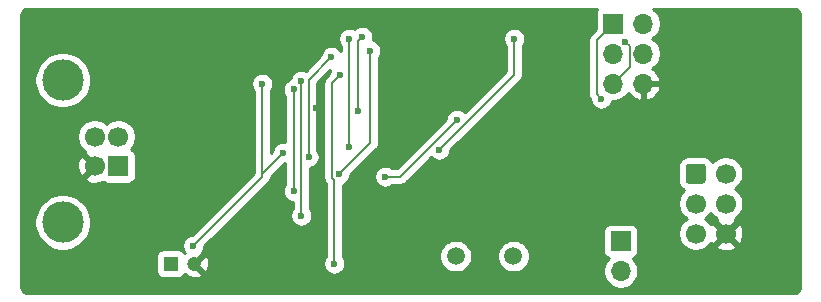
<source format=gbl>
%TF.GenerationSoftware,KiCad,Pcbnew,(5.1.10-0-10_14)*%
%TF.CreationDate,2021-11-02T10:24:53+01:00*%
%TF.ProjectId,UPDI_programmer,55504449-5f70-4726-9f67-72616d6d6572,rev?*%
%TF.SameCoordinates,Original*%
%TF.FileFunction,Copper,L2,Bot*%
%TF.FilePolarity,Positive*%
%FSLAX46Y46*%
G04 Gerber Fmt 4.6, Leading zero omitted, Abs format (unit mm)*
G04 Created by KiCad (PCBNEW (5.1.10-0-10_14)) date 2021-11-02 10:24:53*
%MOMM*%
%LPD*%
G01*
G04 APERTURE LIST*
%TA.AperFunction,ComponentPad*%
%ADD10C,3.500000*%
%TD*%
%TA.AperFunction,ComponentPad*%
%ADD11C,1.700000*%
%TD*%
%TA.AperFunction,ComponentPad*%
%ADD12R,1.700000X1.700000*%
%TD*%
%TA.AperFunction,ComponentPad*%
%ADD13O,1.700000X1.700000*%
%TD*%
%TA.AperFunction,ComponentPad*%
%ADD14C,1.500000*%
%TD*%
%TA.AperFunction,ComponentPad*%
%ADD15C,1.200000*%
%TD*%
%TA.AperFunction,ComponentPad*%
%ADD16R,1.200000X1.200000*%
%TD*%
%TA.AperFunction,ViaPad*%
%ADD17C,0.600000*%
%TD*%
%TA.AperFunction,Conductor*%
%ADD18C,0.152400*%
%TD*%
%TA.AperFunction,Conductor*%
%ADD19C,0.254000*%
%TD*%
%TA.AperFunction,Conductor*%
%ADD20C,0.100000*%
%TD*%
G04 APERTURE END LIST*
D10*
%TO.P,J3,5*%
%TO.N,Net-(J3-Pad5)*%
X103240000Y-61945000D03*
X103240000Y-73985000D03*
D11*
%TO.P,J3,4*%
%TO.N,GND*%
X105950000Y-69215000D03*
%TO.P,J3,3*%
%TO.N,Net-(C2-Pad1)*%
X105950000Y-66715000D03*
%TO.P,J3,2*%
%TO.N,Net-(C1-Pad1)*%
X107950000Y-66715000D03*
D12*
%TO.P,J3,1*%
%TO.N,Net-(C3-Pad1)*%
X107950000Y-69215000D03*
%TD*%
D13*
%TO.P,J2,6*%
%TO.N,GND*%
X152400000Y-62230000D03*
%TO.P,J2,5*%
%TO.N,~RESET*%
X149860000Y-62230000D03*
%TO.P,J2,4*%
%TO.N,MOSI*%
X152400000Y-59690000D03*
%TO.P,J2,3*%
%TO.N,SCK*%
X149860000Y-59690000D03*
%TO.P,J2,2*%
%TO.N,VCC*%
X152400000Y-57150000D03*
D12*
%TO.P,J2,1*%
%TO.N,MISO*%
X149860000Y-57150000D03*
%TD*%
D14*
%TO.P,Y1,2*%
%TO.N,Net-(C11-Pad1)*%
X141405000Y-76835000D03*
%TO.P,Y1,1*%
%TO.N,Net-(C10-Pad2)*%
X136525000Y-76835000D03*
%TD*%
D13*
%TO.P,JP1,2*%
%TO.N,UPDI*%
X150495000Y-78105000D03*
D12*
%TO.P,JP1,1*%
%TO.N,Net-(J1-Pad1)*%
X150495000Y-75565000D03*
%TD*%
D11*
%TO.P,J1,6*%
%TO.N,GND*%
X159385000Y-74930000D03*
%TO.P,J1,4*%
%TO.N,Net-(J1-Pad4)*%
X159385000Y-72390000D03*
%TO.P,J1,2*%
%TO.N,VCC*%
X159385000Y-69850000D03*
%TO.P,J1,5*%
%TO.N,Net-(J1-Pad5)*%
X156845000Y-74930000D03*
%TO.P,J1,3*%
%TO.N,Net-(J1-Pad3)*%
X156845000Y-72390000D03*
%TO.P,J1,1*%
%TO.N,Net-(J1-Pad1)*%
%TA.AperFunction,ComponentPad*%
G36*
G01*
X155995000Y-70450000D02*
X155995000Y-69250000D01*
G75*
G02*
X156245000Y-69000000I250000J0D01*
G01*
X157445000Y-69000000D01*
G75*
G02*
X157695000Y-69250000I0J-250000D01*
G01*
X157695000Y-70450000D01*
G75*
G02*
X157445000Y-70700000I-250000J0D01*
G01*
X156245000Y-70700000D01*
G75*
G02*
X155995000Y-70450000I0J250000D01*
G01*
G37*
%TD.AperFunction*%
%TD*%
D15*
%TO.P,C4,2*%
%TO.N,GND*%
X114395000Y-77470000D03*
D16*
%TO.P,C4,1*%
%TO.N,VCC*%
X112395000Y-77470000D03*
%TD*%
D17*
%TO.N,GND*%
X134874000Y-77470000D03*
X135890000Y-73406000D03*
X135128000Y-58674000D03*
X136652000Y-61214000D03*
X116586000Y-66294000D03*
X124714000Y-64262000D03*
%TO.N,VCC*%
X114300000Y-75946000D03*
X128270000Y-64516000D03*
X128619299Y-58261299D03*
X120142000Y-62230000D03*
X121920000Y-68072000D03*
%TO.N,Net-(C8-Pad1)*%
X130556000Y-70104000D03*
X136626710Y-65284287D03*
%TO.N,~RXLED*%
X129286000Y-59436000D03*
X126663526Y-69894536D03*
%TO.N,~TXLED*%
X123444000Y-73406000D03*
X123444000Y-61976000D03*
%TO.N,~RESET*%
X150876000Y-58674000D03*
X141478000Y-58420000D03*
X135128000Y-67818000D03*
%TO.N,MISO*%
X148844000Y-63500000D03*
%TO.N,USBD+*%
X122815390Y-62710877D03*
X122815390Y-71343711D03*
%TO.N,TxD*%
X125987078Y-59978610D03*
X124072610Y-68425520D03*
%TO.N,RxD*%
X127508000Y-58420000D03*
X127508000Y-67564000D03*
%TO.N,Net-(C9-Pad2)*%
X126238000Y-77470000D03*
X126746000Y-61468000D03*
%TD*%
D18*
%TO.N,GND*%
X134874000Y-74422000D02*
X135890000Y-73406000D01*
X134874000Y-77470000D02*
X134874000Y-74422000D01*
X135128000Y-58674000D02*
X136652000Y-60198000D01*
X136652000Y-60198000D02*
X136652000Y-61214000D01*
%TO.N,VCC*%
X128270000Y-58610598D02*
X128619299Y-58261299D01*
X128270000Y-64516000D02*
X128270000Y-58610598D01*
X120142000Y-70104000D02*
X114300000Y-75946000D01*
X120142000Y-62230000D02*
X120142000Y-70104000D01*
X120142000Y-69850000D02*
X120142000Y-70104000D01*
X121920000Y-68072000D02*
X120142000Y-69850000D01*
%TO.N,Net-(C8-Pad1)*%
X130556000Y-70104000D02*
X131806997Y-70104000D01*
X131806997Y-70104000D02*
X136626710Y-65284287D01*
%TO.N,~RXLED*%
X129286000Y-59436000D02*
X129286000Y-67272062D01*
X129286000Y-67272062D02*
X126663526Y-69894536D01*
%TO.N,~TXLED*%
X123444000Y-73406000D02*
X123444000Y-61976000D01*
%TO.N,~RESET*%
X151243541Y-60846459D02*
X151243541Y-59041541D01*
X151243541Y-59041541D02*
X150876000Y-58674000D01*
X149860000Y-62230000D02*
X151243541Y-60846459D01*
X141478000Y-58420000D02*
X141478000Y-61468000D01*
X141478000Y-61468000D02*
X135128000Y-67818000D01*
%TO.N,MISO*%
X148444001Y-58565999D02*
X149860000Y-57150000D01*
X148444001Y-63100001D02*
X148444001Y-58565999D01*
X148844000Y-63500000D02*
X148444001Y-63100001D01*
%TO.N,USBD+*%
X122815390Y-71343711D02*
X122815390Y-62710877D01*
%TO.N,TxD*%
X125987078Y-59978610D02*
X124072610Y-61893078D01*
X124072610Y-61893078D02*
X124072610Y-68425520D01*
%TO.N,RxD*%
X127508000Y-58420000D02*
X127508000Y-67564000D01*
%TO.N,Net-(C9-Pad2)*%
X126238000Y-70399340D02*
X126034925Y-70196265D01*
X126238000Y-77470000D02*
X126238000Y-70399340D01*
X126034925Y-70196265D02*
X126034925Y-62179075D01*
X126034925Y-62179075D02*
X126746000Y-61468000D01*
%TD*%
D19*
%TO.N,GND*%
X148479463Y-55945506D02*
X148420498Y-56055820D01*
X148384188Y-56175518D01*
X148371928Y-56300000D01*
X148371928Y-57632285D01*
X147965811Y-58038402D01*
X147938675Y-58060672D01*
X147916405Y-58087808D01*
X147916404Y-58087809D01*
X147849799Y-58168967D01*
X147816583Y-58231111D01*
X147783760Y-58292518D01*
X147743093Y-58426579D01*
X147739211Y-58465990D01*
X147729361Y-58565999D01*
X147732802Y-58600935D01*
X147732801Y-63065075D01*
X147729361Y-63100001D01*
X147732801Y-63134927D01*
X147732801Y-63134936D01*
X147743092Y-63239420D01*
X147783759Y-63373481D01*
X147849799Y-63497033D01*
X147909000Y-63569169D01*
X147909000Y-63592089D01*
X147944932Y-63772729D01*
X148015414Y-63942889D01*
X148117738Y-64096028D01*
X148247972Y-64226262D01*
X148401111Y-64328586D01*
X148571271Y-64399068D01*
X148751911Y-64435000D01*
X148936089Y-64435000D01*
X149116729Y-64399068D01*
X149286889Y-64328586D01*
X149440028Y-64226262D01*
X149570262Y-64096028D01*
X149672586Y-63942889D01*
X149743068Y-63772729D01*
X149754551Y-63715000D01*
X150006260Y-63715000D01*
X150293158Y-63657932D01*
X150563411Y-63545990D01*
X150806632Y-63383475D01*
X151013475Y-63176632D01*
X151131100Y-63000594D01*
X151302412Y-63230269D01*
X151518645Y-63425178D01*
X151768748Y-63574157D01*
X152043109Y-63671481D01*
X152273000Y-63550814D01*
X152273000Y-62357000D01*
X152527000Y-62357000D01*
X152527000Y-63550814D01*
X152756891Y-63671481D01*
X153031252Y-63574157D01*
X153281355Y-63425178D01*
X153497588Y-63230269D01*
X153671641Y-62996920D01*
X153796825Y-62734099D01*
X153841476Y-62586890D01*
X153720155Y-62357000D01*
X152527000Y-62357000D01*
X152273000Y-62357000D01*
X152253000Y-62357000D01*
X152253000Y-62103000D01*
X152273000Y-62103000D01*
X152273000Y-62083000D01*
X152527000Y-62083000D01*
X152527000Y-62103000D01*
X153720155Y-62103000D01*
X153841476Y-61873110D01*
X153796825Y-61725901D01*
X153671641Y-61463080D01*
X153497588Y-61229731D01*
X153281355Y-61034822D01*
X153164466Y-60965195D01*
X153346632Y-60843475D01*
X153553475Y-60636632D01*
X153715990Y-60393411D01*
X153827932Y-60123158D01*
X153885000Y-59836260D01*
X153885000Y-59543740D01*
X153827932Y-59256842D01*
X153715990Y-58986589D01*
X153553475Y-58743368D01*
X153346632Y-58536525D01*
X153172240Y-58420000D01*
X153346632Y-58303475D01*
X153553475Y-58096632D01*
X153715990Y-57853411D01*
X153827932Y-57583158D01*
X153885000Y-57296260D01*
X153885000Y-57003740D01*
X153827932Y-56716842D01*
X153715990Y-56446589D01*
X153553475Y-56203368D01*
X153346632Y-55996525D01*
X153209655Y-55905000D01*
X165067721Y-55905000D01*
X165217869Y-55919722D01*
X165331246Y-55953953D01*
X165435819Y-56009555D01*
X165527596Y-56084407D01*
X165603091Y-56175664D01*
X165659419Y-56279844D01*
X165694440Y-56392976D01*
X165710001Y-56541031D01*
X165710000Y-79342721D01*
X165695278Y-79492869D01*
X165661047Y-79606246D01*
X165605446Y-79710817D01*
X165530594Y-79802595D01*
X165439335Y-79878091D01*
X165335160Y-79934419D01*
X165222024Y-79969440D01*
X165073979Y-79985000D01*
X100362279Y-79985000D01*
X100212131Y-79970278D01*
X100098754Y-79936047D01*
X99994183Y-79880446D01*
X99902405Y-79805594D01*
X99826909Y-79714335D01*
X99770581Y-79610160D01*
X99735560Y-79497024D01*
X99720000Y-79348979D01*
X99720000Y-76870000D01*
X111156928Y-76870000D01*
X111156928Y-78070000D01*
X111169188Y-78194482D01*
X111205498Y-78314180D01*
X111264463Y-78424494D01*
X111343815Y-78521185D01*
X111440506Y-78600537D01*
X111550820Y-78659502D01*
X111670518Y-78695812D01*
X111795000Y-78708072D01*
X112995000Y-78708072D01*
X113119482Y-78695812D01*
X113239180Y-78659502D01*
X113349494Y-78600537D01*
X113446185Y-78521185D01*
X113525537Y-78424494D01*
X113549858Y-78378994D01*
X113607736Y-78436872D01*
X113724842Y-78319766D01*
X113772148Y-78543348D01*
X113993516Y-78644237D01*
X114230313Y-78700000D01*
X114473438Y-78708495D01*
X114713549Y-78669395D01*
X114941418Y-78584202D01*
X115017852Y-78543348D01*
X115065159Y-78319764D01*
X114395000Y-77649605D01*
X114380858Y-77663748D01*
X114201253Y-77484143D01*
X114215395Y-77470000D01*
X114574605Y-77470000D01*
X115244764Y-78140159D01*
X115468348Y-78092852D01*
X115569237Y-77871484D01*
X115625000Y-77634687D01*
X115633495Y-77391562D01*
X115594395Y-77151451D01*
X115509202Y-76923582D01*
X115468348Y-76847148D01*
X115244764Y-76799841D01*
X114574605Y-77470000D01*
X114215395Y-77470000D01*
X114201253Y-77455858D01*
X114380858Y-77276253D01*
X114395000Y-77290395D01*
X115065159Y-76620236D01*
X115043236Y-76516624D01*
X115128586Y-76388889D01*
X115199068Y-76218729D01*
X115235000Y-76038089D01*
X115235000Y-76016787D01*
X120620196Y-70631593D01*
X120647327Y-70609327D01*
X120669593Y-70582196D01*
X120669598Y-70582191D01*
X120736202Y-70501033D01*
X120802242Y-70377482D01*
X120842909Y-70243420D01*
X120847553Y-70196265D01*
X120852583Y-70145205D01*
X121990789Y-69007000D01*
X122012089Y-69007000D01*
X122104190Y-68988680D01*
X122104190Y-70732621D01*
X122089128Y-70747683D01*
X121986804Y-70900822D01*
X121916322Y-71070982D01*
X121880390Y-71251622D01*
X121880390Y-71435800D01*
X121916322Y-71616440D01*
X121986804Y-71786600D01*
X122089128Y-71939739D01*
X122219362Y-72069973D01*
X122372501Y-72172297D01*
X122542661Y-72242779D01*
X122723301Y-72278711D01*
X122732800Y-72278711D01*
X122732800Y-72794910D01*
X122717738Y-72809972D01*
X122615414Y-72963111D01*
X122544932Y-73133271D01*
X122509000Y-73313911D01*
X122509000Y-73498089D01*
X122544932Y-73678729D01*
X122615414Y-73848889D01*
X122717738Y-74002028D01*
X122847972Y-74132262D01*
X123001111Y-74234586D01*
X123171271Y-74305068D01*
X123351911Y-74341000D01*
X123536089Y-74341000D01*
X123716729Y-74305068D01*
X123886889Y-74234586D01*
X124040028Y-74132262D01*
X124170262Y-74002028D01*
X124272586Y-73848889D01*
X124343068Y-73678729D01*
X124379000Y-73498089D01*
X124379000Y-73313911D01*
X124343068Y-73133271D01*
X124272586Y-72963111D01*
X124170262Y-72809972D01*
X124155200Y-72794910D01*
X124155200Y-69360520D01*
X124164699Y-69360520D01*
X124345339Y-69324588D01*
X124515499Y-69254106D01*
X124668638Y-69151782D01*
X124798872Y-69021548D01*
X124901196Y-68868409D01*
X124971678Y-68698249D01*
X125007610Y-68517609D01*
X125007610Y-68333431D01*
X124971678Y-68152791D01*
X124901196Y-67982631D01*
X124798872Y-67829492D01*
X124783810Y-67814430D01*
X124783810Y-62187665D01*
X125896943Y-61074534D01*
X125846932Y-61195271D01*
X125811000Y-61375911D01*
X125811000Y-61397213D01*
X125556735Y-61651478D01*
X125529599Y-61673748D01*
X125507329Y-61700884D01*
X125507328Y-61700885D01*
X125440723Y-61782043D01*
X125400047Y-61858143D01*
X125374684Y-61905594D01*
X125334017Y-62039655D01*
X125329675Y-62083740D01*
X125320285Y-62179075D01*
X125323726Y-62214011D01*
X125323725Y-70161339D01*
X125320285Y-70196265D01*
X125323725Y-70231191D01*
X125323725Y-70231200D01*
X125334016Y-70335684D01*
X125374683Y-70469745D01*
X125440723Y-70593297D01*
X125526801Y-70698183D01*
X125526800Y-76858910D01*
X125511738Y-76873972D01*
X125409414Y-77027111D01*
X125338932Y-77197271D01*
X125303000Y-77377911D01*
X125303000Y-77562089D01*
X125338932Y-77742729D01*
X125409414Y-77912889D01*
X125511738Y-78066028D01*
X125641972Y-78196262D01*
X125795111Y-78298586D01*
X125965271Y-78369068D01*
X126145911Y-78405000D01*
X126330089Y-78405000D01*
X126510729Y-78369068D01*
X126680889Y-78298586D01*
X126834028Y-78196262D01*
X126964262Y-78066028D01*
X127066586Y-77912889D01*
X127137068Y-77742729D01*
X127173000Y-77562089D01*
X127173000Y-77377911D01*
X127137068Y-77197271D01*
X127066586Y-77027111D01*
X126964262Y-76873972D01*
X126949200Y-76858910D01*
X126949200Y-76698589D01*
X135140000Y-76698589D01*
X135140000Y-76971411D01*
X135193225Y-77238989D01*
X135297629Y-77491043D01*
X135449201Y-77717886D01*
X135642114Y-77910799D01*
X135868957Y-78062371D01*
X136121011Y-78166775D01*
X136388589Y-78220000D01*
X136661411Y-78220000D01*
X136928989Y-78166775D01*
X137181043Y-78062371D01*
X137407886Y-77910799D01*
X137600799Y-77717886D01*
X137752371Y-77491043D01*
X137856775Y-77238989D01*
X137910000Y-76971411D01*
X137910000Y-76698589D01*
X140020000Y-76698589D01*
X140020000Y-76971411D01*
X140073225Y-77238989D01*
X140177629Y-77491043D01*
X140329201Y-77717886D01*
X140522114Y-77910799D01*
X140748957Y-78062371D01*
X141001011Y-78166775D01*
X141268589Y-78220000D01*
X141541411Y-78220000D01*
X141808989Y-78166775D01*
X142061043Y-78062371D01*
X142287886Y-77910799D01*
X142480799Y-77717886D01*
X142632371Y-77491043D01*
X142736775Y-77238989D01*
X142790000Y-76971411D01*
X142790000Y-76698589D01*
X142736775Y-76431011D01*
X142632371Y-76178957D01*
X142480799Y-75952114D01*
X142287886Y-75759201D01*
X142061043Y-75607629D01*
X141808989Y-75503225D01*
X141541411Y-75450000D01*
X141268589Y-75450000D01*
X141001011Y-75503225D01*
X140748957Y-75607629D01*
X140522114Y-75759201D01*
X140329201Y-75952114D01*
X140177629Y-76178957D01*
X140073225Y-76431011D01*
X140020000Y-76698589D01*
X137910000Y-76698589D01*
X137856775Y-76431011D01*
X137752371Y-76178957D01*
X137600799Y-75952114D01*
X137407886Y-75759201D01*
X137181043Y-75607629D01*
X136928989Y-75503225D01*
X136661411Y-75450000D01*
X136388589Y-75450000D01*
X136121011Y-75503225D01*
X135868957Y-75607629D01*
X135642114Y-75759201D01*
X135449201Y-75952114D01*
X135297629Y-76178957D01*
X135193225Y-76431011D01*
X135140000Y-76698589D01*
X126949200Y-76698589D01*
X126949200Y-74715000D01*
X149006928Y-74715000D01*
X149006928Y-76415000D01*
X149019188Y-76539482D01*
X149055498Y-76659180D01*
X149114463Y-76769494D01*
X149193815Y-76866185D01*
X149290506Y-76945537D01*
X149400820Y-77004502D01*
X149473380Y-77026513D01*
X149341525Y-77158368D01*
X149179010Y-77401589D01*
X149067068Y-77671842D01*
X149010000Y-77958740D01*
X149010000Y-78251260D01*
X149067068Y-78538158D01*
X149179010Y-78808411D01*
X149341525Y-79051632D01*
X149548368Y-79258475D01*
X149791589Y-79420990D01*
X150061842Y-79532932D01*
X150348740Y-79590000D01*
X150641260Y-79590000D01*
X150928158Y-79532932D01*
X151198411Y-79420990D01*
X151441632Y-79258475D01*
X151648475Y-79051632D01*
X151810990Y-78808411D01*
X151922932Y-78538158D01*
X151980000Y-78251260D01*
X151980000Y-77958740D01*
X151922932Y-77671842D01*
X151810990Y-77401589D01*
X151648475Y-77158368D01*
X151516620Y-77026513D01*
X151589180Y-77004502D01*
X151699494Y-76945537D01*
X151796185Y-76866185D01*
X151875537Y-76769494D01*
X151934502Y-76659180D01*
X151970812Y-76539482D01*
X151983072Y-76415000D01*
X151983072Y-74715000D01*
X151970812Y-74590518D01*
X151934502Y-74470820D01*
X151875537Y-74360506D01*
X151796185Y-74263815D01*
X151699494Y-74184463D01*
X151589180Y-74125498D01*
X151469482Y-74089188D01*
X151345000Y-74076928D01*
X149645000Y-74076928D01*
X149520518Y-74089188D01*
X149400820Y-74125498D01*
X149290506Y-74184463D01*
X149193815Y-74263815D01*
X149114463Y-74360506D01*
X149055498Y-74470820D01*
X149019188Y-74590518D01*
X149006928Y-74715000D01*
X126949200Y-74715000D01*
X126949200Y-70788242D01*
X127106415Y-70723122D01*
X127259554Y-70620798D01*
X127389788Y-70490564D01*
X127492112Y-70337425D01*
X127562594Y-70167265D01*
X127593496Y-70011911D01*
X129621000Y-70011911D01*
X129621000Y-70196089D01*
X129656932Y-70376729D01*
X129727414Y-70546889D01*
X129829738Y-70700028D01*
X129959972Y-70830262D01*
X130113111Y-70932586D01*
X130283271Y-71003068D01*
X130463911Y-71039000D01*
X130648089Y-71039000D01*
X130828729Y-71003068D01*
X130998889Y-70932586D01*
X131152028Y-70830262D01*
X131167090Y-70815200D01*
X131772071Y-70815200D01*
X131806997Y-70818640D01*
X131841923Y-70815200D01*
X131841933Y-70815200D01*
X131946417Y-70804909D01*
X132080478Y-70764242D01*
X132204030Y-70698202D01*
X132312324Y-70609327D01*
X132334599Y-70582185D01*
X133666784Y-69250000D01*
X155356928Y-69250000D01*
X155356928Y-70450000D01*
X155373992Y-70623254D01*
X155424528Y-70789850D01*
X155506595Y-70943386D01*
X155617038Y-71077962D01*
X155751614Y-71188405D01*
X155878608Y-71256285D01*
X155691525Y-71443368D01*
X155529010Y-71686589D01*
X155417068Y-71956842D01*
X155360000Y-72243740D01*
X155360000Y-72536260D01*
X155417068Y-72823158D01*
X155529010Y-73093411D01*
X155691525Y-73336632D01*
X155898368Y-73543475D01*
X156072760Y-73660000D01*
X155898368Y-73776525D01*
X155691525Y-73983368D01*
X155529010Y-74226589D01*
X155417068Y-74496842D01*
X155360000Y-74783740D01*
X155360000Y-75076260D01*
X155417068Y-75363158D01*
X155529010Y-75633411D01*
X155691525Y-75876632D01*
X155898368Y-76083475D01*
X156141589Y-76245990D01*
X156411842Y-76357932D01*
X156698740Y-76415000D01*
X156991260Y-76415000D01*
X157278158Y-76357932D01*
X157548411Y-76245990D01*
X157791632Y-76083475D01*
X157916710Y-75958397D01*
X158536208Y-75958397D01*
X158613843Y-76207472D01*
X158877883Y-76333371D01*
X159161411Y-76405339D01*
X159453531Y-76420611D01*
X159743019Y-76378599D01*
X160018747Y-76280919D01*
X160156157Y-76207472D01*
X160233792Y-75958397D01*
X159385000Y-75109605D01*
X158536208Y-75958397D01*
X157916710Y-75958397D01*
X157998475Y-75876632D01*
X158114311Y-75703271D01*
X158356603Y-75778792D01*
X159205395Y-74930000D01*
X159564605Y-74930000D01*
X160413397Y-75778792D01*
X160662472Y-75701157D01*
X160788371Y-75437117D01*
X160860339Y-75153589D01*
X160875611Y-74861469D01*
X160833599Y-74571981D01*
X160735919Y-74296253D01*
X160662472Y-74158843D01*
X160413397Y-74081208D01*
X159564605Y-74930000D01*
X159205395Y-74930000D01*
X158356603Y-74081208D01*
X158114311Y-74156729D01*
X157998475Y-73983368D01*
X157791632Y-73776525D01*
X157617240Y-73660000D01*
X157791632Y-73543475D01*
X157998475Y-73336632D01*
X158115000Y-73162240D01*
X158231525Y-73336632D01*
X158438368Y-73543475D01*
X158611729Y-73659311D01*
X158536208Y-73901603D01*
X159385000Y-74750395D01*
X160233792Y-73901603D01*
X160158271Y-73659311D01*
X160331632Y-73543475D01*
X160538475Y-73336632D01*
X160700990Y-73093411D01*
X160812932Y-72823158D01*
X160870000Y-72536260D01*
X160870000Y-72243740D01*
X160812932Y-71956842D01*
X160700990Y-71686589D01*
X160538475Y-71443368D01*
X160331632Y-71236525D01*
X160157240Y-71120000D01*
X160331632Y-71003475D01*
X160538475Y-70796632D01*
X160700990Y-70553411D01*
X160812932Y-70283158D01*
X160870000Y-69996260D01*
X160870000Y-69703740D01*
X160812932Y-69416842D01*
X160700990Y-69146589D01*
X160538475Y-68903368D01*
X160331632Y-68696525D01*
X160088411Y-68534010D01*
X159818158Y-68422068D01*
X159531260Y-68365000D01*
X159238740Y-68365000D01*
X158951842Y-68422068D01*
X158681589Y-68534010D01*
X158438368Y-68696525D01*
X158251285Y-68883608D01*
X158183405Y-68756614D01*
X158072962Y-68622038D01*
X157938386Y-68511595D01*
X157784850Y-68429528D01*
X157618254Y-68378992D01*
X157445000Y-68361928D01*
X156245000Y-68361928D01*
X156071746Y-68378992D01*
X155905150Y-68429528D01*
X155751614Y-68511595D01*
X155617038Y-68622038D01*
X155506595Y-68756614D01*
X155424528Y-68910150D01*
X155373992Y-69076746D01*
X155356928Y-69250000D01*
X133666784Y-69250000D01*
X134452247Y-68464537D01*
X134531972Y-68544262D01*
X134685111Y-68646586D01*
X134855271Y-68717068D01*
X135035911Y-68753000D01*
X135220089Y-68753000D01*
X135400729Y-68717068D01*
X135570889Y-68646586D01*
X135724028Y-68544262D01*
X135854262Y-68414028D01*
X135956586Y-68260889D01*
X136027068Y-68090729D01*
X136063000Y-67910089D01*
X136063000Y-67888787D01*
X141956191Y-61995597D01*
X141983327Y-61973327D01*
X142072202Y-61865033D01*
X142138242Y-61741481D01*
X142178909Y-61607420D01*
X142189200Y-61502936D01*
X142189200Y-61502927D01*
X142192640Y-61468001D01*
X142189200Y-61433075D01*
X142189200Y-59031090D01*
X142204262Y-59016028D01*
X142306586Y-58862889D01*
X142377068Y-58692729D01*
X142413000Y-58512089D01*
X142413000Y-58327911D01*
X142377068Y-58147271D01*
X142306586Y-57977111D01*
X142204262Y-57823972D01*
X142074028Y-57693738D01*
X141920889Y-57591414D01*
X141750729Y-57520932D01*
X141570089Y-57485000D01*
X141385911Y-57485000D01*
X141205271Y-57520932D01*
X141035111Y-57591414D01*
X140881972Y-57693738D01*
X140751738Y-57823972D01*
X140649414Y-57977111D01*
X140578932Y-58147271D01*
X140543000Y-58327911D01*
X140543000Y-58512089D01*
X140578932Y-58692729D01*
X140649414Y-58862889D01*
X140751738Y-59016028D01*
X140766800Y-59031090D01*
X140766801Y-61173411D01*
X137302463Y-64637750D01*
X137222738Y-64558025D01*
X137069599Y-64455701D01*
X136899439Y-64385219D01*
X136718799Y-64349287D01*
X136534621Y-64349287D01*
X136353981Y-64385219D01*
X136183821Y-64455701D01*
X136030682Y-64558025D01*
X135900448Y-64688259D01*
X135798124Y-64841398D01*
X135727642Y-65011558D01*
X135691710Y-65192198D01*
X135691710Y-65213498D01*
X131512410Y-69392800D01*
X131167090Y-69392800D01*
X131152028Y-69377738D01*
X130998889Y-69275414D01*
X130828729Y-69204932D01*
X130648089Y-69169000D01*
X130463911Y-69169000D01*
X130283271Y-69204932D01*
X130113111Y-69275414D01*
X129959972Y-69377738D01*
X129829738Y-69507972D01*
X129727414Y-69661111D01*
X129656932Y-69831271D01*
X129621000Y-70011911D01*
X127593496Y-70011911D01*
X127598526Y-69986625D01*
X127598526Y-69965323D01*
X129764196Y-67799655D01*
X129791327Y-67777389D01*
X129813593Y-67750258D01*
X129813597Y-67750254D01*
X129880202Y-67669095D01*
X129918773Y-67596934D01*
X129946242Y-67545543D01*
X129986909Y-67411482D01*
X129997200Y-67306998D01*
X129997200Y-67306989D01*
X130000640Y-67272063D01*
X129997200Y-67237137D01*
X129997200Y-60047090D01*
X130012262Y-60032028D01*
X130114586Y-59878889D01*
X130185068Y-59708729D01*
X130221000Y-59528089D01*
X130221000Y-59343911D01*
X130185068Y-59163271D01*
X130114586Y-58993111D01*
X130012262Y-58839972D01*
X129882028Y-58709738D01*
X129728889Y-58607414D01*
X129558729Y-58536932D01*
X129519348Y-58529098D01*
X129554299Y-58353388D01*
X129554299Y-58169210D01*
X129518367Y-57988570D01*
X129447885Y-57818410D01*
X129345561Y-57665271D01*
X129215327Y-57535037D01*
X129062188Y-57432713D01*
X128892028Y-57362231D01*
X128711388Y-57326299D01*
X128527210Y-57326299D01*
X128346570Y-57362231D01*
X128176410Y-57432713D01*
X128023271Y-57535037D01*
X127960483Y-57597825D01*
X127950889Y-57591414D01*
X127780729Y-57520932D01*
X127600089Y-57485000D01*
X127415911Y-57485000D01*
X127235271Y-57520932D01*
X127065111Y-57591414D01*
X126911972Y-57693738D01*
X126781738Y-57823972D01*
X126679414Y-57977111D01*
X126608932Y-58147271D01*
X126573000Y-58327911D01*
X126573000Y-58512089D01*
X126608932Y-58692729D01*
X126679414Y-58862889D01*
X126781738Y-59016028D01*
X126796800Y-59031090D01*
X126796800Y-59507489D01*
X126713340Y-59382582D01*
X126583106Y-59252348D01*
X126429967Y-59150024D01*
X126259807Y-59079542D01*
X126079167Y-59043610D01*
X125894989Y-59043610D01*
X125714349Y-59079542D01*
X125544189Y-59150024D01*
X125391050Y-59252348D01*
X125260816Y-59382582D01*
X125158492Y-59535721D01*
X125088010Y-59705881D01*
X125052078Y-59886521D01*
X125052078Y-59907821D01*
X123834279Y-61125622D01*
X123716729Y-61076932D01*
X123536089Y-61041000D01*
X123351911Y-61041000D01*
X123171271Y-61076932D01*
X123001111Y-61147414D01*
X122847972Y-61249738D01*
X122717738Y-61379972D01*
X122615414Y-61533111D01*
X122544932Y-61703271D01*
X122521608Y-61820530D01*
X122372501Y-61882291D01*
X122219362Y-61984615D01*
X122089128Y-62114849D01*
X121986804Y-62267988D01*
X121916322Y-62438148D01*
X121880390Y-62618788D01*
X121880390Y-62802966D01*
X121916322Y-62983606D01*
X121986804Y-63153766D01*
X122089128Y-63306905D01*
X122104191Y-63321968D01*
X122104190Y-67155320D01*
X122012089Y-67137000D01*
X121827911Y-67137000D01*
X121647271Y-67172932D01*
X121477111Y-67243414D01*
X121323972Y-67345738D01*
X121193738Y-67475972D01*
X121091414Y-67629111D01*
X121020932Y-67799271D01*
X120985000Y-67979911D01*
X120985000Y-68001211D01*
X120853200Y-68133012D01*
X120853200Y-62841090D01*
X120868262Y-62826028D01*
X120970586Y-62672889D01*
X121041068Y-62502729D01*
X121077000Y-62322089D01*
X121077000Y-62137911D01*
X121041068Y-61957271D01*
X120970586Y-61787111D01*
X120868262Y-61633972D01*
X120738028Y-61503738D01*
X120584889Y-61401414D01*
X120414729Y-61330932D01*
X120234089Y-61295000D01*
X120049911Y-61295000D01*
X119869271Y-61330932D01*
X119699111Y-61401414D01*
X119545972Y-61503738D01*
X119415738Y-61633972D01*
X119313414Y-61787111D01*
X119242932Y-61957271D01*
X119207000Y-62137911D01*
X119207000Y-62322089D01*
X119242932Y-62502729D01*
X119313414Y-62672889D01*
X119415738Y-62826028D01*
X119430800Y-62841090D01*
X119430801Y-69809410D01*
X114229213Y-75011000D01*
X114207911Y-75011000D01*
X114027271Y-75046932D01*
X113857111Y-75117414D01*
X113703972Y-75219738D01*
X113573738Y-75349972D01*
X113471414Y-75503111D01*
X113400932Y-75673271D01*
X113365000Y-75853911D01*
X113365000Y-76038089D01*
X113400932Y-76218729D01*
X113471414Y-76388889D01*
X113571775Y-76539089D01*
X113549858Y-76561006D01*
X113525537Y-76515506D01*
X113446185Y-76418815D01*
X113349494Y-76339463D01*
X113239180Y-76280498D01*
X113119482Y-76244188D01*
X112995000Y-76231928D01*
X111795000Y-76231928D01*
X111670518Y-76244188D01*
X111550820Y-76280498D01*
X111440506Y-76339463D01*
X111343815Y-76418815D01*
X111264463Y-76515506D01*
X111205498Y-76625820D01*
X111169188Y-76745518D01*
X111156928Y-76870000D01*
X99720000Y-76870000D01*
X99720000Y-73750098D01*
X100855000Y-73750098D01*
X100855000Y-74219902D01*
X100946654Y-74680679D01*
X101126440Y-75114721D01*
X101387450Y-75505349D01*
X101719651Y-75837550D01*
X102110279Y-76098560D01*
X102544321Y-76278346D01*
X103005098Y-76370000D01*
X103474902Y-76370000D01*
X103935679Y-76278346D01*
X104369721Y-76098560D01*
X104760349Y-75837550D01*
X105092550Y-75505349D01*
X105353560Y-75114721D01*
X105533346Y-74680679D01*
X105625000Y-74219902D01*
X105625000Y-73750098D01*
X105533346Y-73289321D01*
X105353560Y-72855279D01*
X105092550Y-72464651D01*
X104760349Y-72132450D01*
X104369721Y-71871440D01*
X103935679Y-71691654D01*
X103474902Y-71600000D01*
X103005098Y-71600000D01*
X102544321Y-71691654D01*
X102110279Y-71871440D01*
X101719651Y-72132450D01*
X101387450Y-72464651D01*
X101126440Y-72855279D01*
X100946654Y-73289321D01*
X100855000Y-73750098D01*
X99720000Y-73750098D01*
X99720000Y-69283531D01*
X104459389Y-69283531D01*
X104501401Y-69573019D01*
X104599081Y-69848747D01*
X104672528Y-69986157D01*
X104921603Y-70063792D01*
X105770395Y-69215000D01*
X104921603Y-68366208D01*
X104672528Y-68443843D01*
X104546629Y-68707883D01*
X104474661Y-68991411D01*
X104459389Y-69283531D01*
X99720000Y-69283531D01*
X99720000Y-66568740D01*
X104465000Y-66568740D01*
X104465000Y-66861260D01*
X104522068Y-67148158D01*
X104634010Y-67418411D01*
X104796525Y-67661632D01*
X105003368Y-67868475D01*
X105166410Y-67977416D01*
X105101208Y-68186603D01*
X105950000Y-69035395D01*
X105964143Y-69021253D01*
X106143748Y-69200858D01*
X106129605Y-69215000D01*
X106143748Y-69229143D01*
X105964143Y-69408748D01*
X105950000Y-69394605D01*
X105101208Y-70243397D01*
X105178843Y-70492472D01*
X105442883Y-70618371D01*
X105726411Y-70690339D01*
X106018531Y-70705611D01*
X106308019Y-70663599D01*
X106583747Y-70565919D01*
X106659850Y-70525241D01*
X106745506Y-70595537D01*
X106855820Y-70654502D01*
X106975518Y-70690812D01*
X107100000Y-70703072D01*
X108800000Y-70703072D01*
X108924482Y-70690812D01*
X109044180Y-70654502D01*
X109154494Y-70595537D01*
X109251185Y-70516185D01*
X109330537Y-70419494D01*
X109389502Y-70309180D01*
X109425812Y-70189482D01*
X109438072Y-70065000D01*
X109438072Y-68365000D01*
X109425812Y-68240518D01*
X109389502Y-68120820D01*
X109330537Y-68010506D01*
X109251185Y-67913815D01*
X109154494Y-67834463D01*
X109044180Y-67775498D01*
X109002310Y-67762797D01*
X109103475Y-67661632D01*
X109265990Y-67418411D01*
X109377932Y-67148158D01*
X109435000Y-66861260D01*
X109435000Y-66568740D01*
X109377932Y-66281842D01*
X109265990Y-66011589D01*
X109103475Y-65768368D01*
X108896632Y-65561525D01*
X108653411Y-65399010D01*
X108383158Y-65287068D01*
X108096260Y-65230000D01*
X107803740Y-65230000D01*
X107516842Y-65287068D01*
X107246589Y-65399010D01*
X107003368Y-65561525D01*
X106950000Y-65614893D01*
X106896632Y-65561525D01*
X106653411Y-65399010D01*
X106383158Y-65287068D01*
X106096260Y-65230000D01*
X105803740Y-65230000D01*
X105516842Y-65287068D01*
X105246589Y-65399010D01*
X105003368Y-65561525D01*
X104796525Y-65768368D01*
X104634010Y-66011589D01*
X104522068Y-66281842D01*
X104465000Y-66568740D01*
X99720000Y-66568740D01*
X99720000Y-61710098D01*
X100855000Y-61710098D01*
X100855000Y-62179902D01*
X100946654Y-62640679D01*
X101126440Y-63074721D01*
X101387450Y-63465349D01*
X101719651Y-63797550D01*
X102110279Y-64058560D01*
X102544321Y-64238346D01*
X103005098Y-64330000D01*
X103474902Y-64330000D01*
X103935679Y-64238346D01*
X104369721Y-64058560D01*
X104760349Y-63797550D01*
X105092550Y-63465349D01*
X105353560Y-63074721D01*
X105533346Y-62640679D01*
X105625000Y-62179902D01*
X105625000Y-61710098D01*
X105533346Y-61249321D01*
X105353560Y-60815279D01*
X105092550Y-60424651D01*
X104760349Y-60092450D01*
X104369721Y-59831440D01*
X103935679Y-59651654D01*
X103474902Y-59560000D01*
X103005098Y-59560000D01*
X102544321Y-59651654D01*
X102110279Y-59831440D01*
X101719651Y-60092450D01*
X101387450Y-60424651D01*
X101126440Y-60815279D01*
X100946654Y-61249321D01*
X100855000Y-61710098D01*
X99720000Y-61710098D01*
X99720000Y-56547279D01*
X99734722Y-56397131D01*
X99768953Y-56283754D01*
X99824555Y-56179181D01*
X99899407Y-56087404D01*
X99990664Y-56011909D01*
X100094844Y-55955581D01*
X100207976Y-55920560D01*
X100356022Y-55905000D01*
X148512705Y-55905000D01*
X148479463Y-55945506D01*
%TA.AperFunction,Conductor*%
D20*
G36*
X148479463Y-55945506D02*
G01*
X148420498Y-56055820D01*
X148384188Y-56175518D01*
X148371928Y-56300000D01*
X148371928Y-57632285D01*
X147965811Y-58038402D01*
X147938675Y-58060672D01*
X147916405Y-58087808D01*
X147916404Y-58087809D01*
X147849799Y-58168967D01*
X147816583Y-58231111D01*
X147783760Y-58292518D01*
X147743093Y-58426579D01*
X147739211Y-58465990D01*
X147729361Y-58565999D01*
X147732802Y-58600935D01*
X147732801Y-63065075D01*
X147729361Y-63100001D01*
X147732801Y-63134927D01*
X147732801Y-63134936D01*
X147743092Y-63239420D01*
X147783759Y-63373481D01*
X147849799Y-63497033D01*
X147909000Y-63569169D01*
X147909000Y-63592089D01*
X147944932Y-63772729D01*
X148015414Y-63942889D01*
X148117738Y-64096028D01*
X148247972Y-64226262D01*
X148401111Y-64328586D01*
X148571271Y-64399068D01*
X148751911Y-64435000D01*
X148936089Y-64435000D01*
X149116729Y-64399068D01*
X149286889Y-64328586D01*
X149440028Y-64226262D01*
X149570262Y-64096028D01*
X149672586Y-63942889D01*
X149743068Y-63772729D01*
X149754551Y-63715000D01*
X150006260Y-63715000D01*
X150293158Y-63657932D01*
X150563411Y-63545990D01*
X150806632Y-63383475D01*
X151013475Y-63176632D01*
X151131100Y-63000594D01*
X151302412Y-63230269D01*
X151518645Y-63425178D01*
X151768748Y-63574157D01*
X152043109Y-63671481D01*
X152273000Y-63550814D01*
X152273000Y-62357000D01*
X152527000Y-62357000D01*
X152527000Y-63550814D01*
X152756891Y-63671481D01*
X153031252Y-63574157D01*
X153281355Y-63425178D01*
X153497588Y-63230269D01*
X153671641Y-62996920D01*
X153796825Y-62734099D01*
X153841476Y-62586890D01*
X153720155Y-62357000D01*
X152527000Y-62357000D01*
X152273000Y-62357000D01*
X152253000Y-62357000D01*
X152253000Y-62103000D01*
X152273000Y-62103000D01*
X152273000Y-62083000D01*
X152527000Y-62083000D01*
X152527000Y-62103000D01*
X153720155Y-62103000D01*
X153841476Y-61873110D01*
X153796825Y-61725901D01*
X153671641Y-61463080D01*
X153497588Y-61229731D01*
X153281355Y-61034822D01*
X153164466Y-60965195D01*
X153346632Y-60843475D01*
X153553475Y-60636632D01*
X153715990Y-60393411D01*
X153827932Y-60123158D01*
X153885000Y-59836260D01*
X153885000Y-59543740D01*
X153827932Y-59256842D01*
X153715990Y-58986589D01*
X153553475Y-58743368D01*
X153346632Y-58536525D01*
X153172240Y-58420000D01*
X153346632Y-58303475D01*
X153553475Y-58096632D01*
X153715990Y-57853411D01*
X153827932Y-57583158D01*
X153885000Y-57296260D01*
X153885000Y-57003740D01*
X153827932Y-56716842D01*
X153715990Y-56446589D01*
X153553475Y-56203368D01*
X153346632Y-55996525D01*
X153209655Y-55905000D01*
X165067721Y-55905000D01*
X165217869Y-55919722D01*
X165331246Y-55953953D01*
X165435819Y-56009555D01*
X165527596Y-56084407D01*
X165603091Y-56175664D01*
X165659419Y-56279844D01*
X165694440Y-56392976D01*
X165710001Y-56541031D01*
X165710000Y-79342721D01*
X165695278Y-79492869D01*
X165661047Y-79606246D01*
X165605446Y-79710817D01*
X165530594Y-79802595D01*
X165439335Y-79878091D01*
X165335160Y-79934419D01*
X165222024Y-79969440D01*
X165073979Y-79985000D01*
X100362279Y-79985000D01*
X100212131Y-79970278D01*
X100098754Y-79936047D01*
X99994183Y-79880446D01*
X99902405Y-79805594D01*
X99826909Y-79714335D01*
X99770581Y-79610160D01*
X99735560Y-79497024D01*
X99720000Y-79348979D01*
X99720000Y-76870000D01*
X111156928Y-76870000D01*
X111156928Y-78070000D01*
X111169188Y-78194482D01*
X111205498Y-78314180D01*
X111264463Y-78424494D01*
X111343815Y-78521185D01*
X111440506Y-78600537D01*
X111550820Y-78659502D01*
X111670518Y-78695812D01*
X111795000Y-78708072D01*
X112995000Y-78708072D01*
X113119482Y-78695812D01*
X113239180Y-78659502D01*
X113349494Y-78600537D01*
X113446185Y-78521185D01*
X113525537Y-78424494D01*
X113549858Y-78378994D01*
X113607736Y-78436872D01*
X113724842Y-78319766D01*
X113772148Y-78543348D01*
X113993516Y-78644237D01*
X114230313Y-78700000D01*
X114473438Y-78708495D01*
X114713549Y-78669395D01*
X114941418Y-78584202D01*
X115017852Y-78543348D01*
X115065159Y-78319764D01*
X114395000Y-77649605D01*
X114380858Y-77663748D01*
X114201253Y-77484143D01*
X114215395Y-77470000D01*
X114574605Y-77470000D01*
X115244764Y-78140159D01*
X115468348Y-78092852D01*
X115569237Y-77871484D01*
X115625000Y-77634687D01*
X115633495Y-77391562D01*
X115594395Y-77151451D01*
X115509202Y-76923582D01*
X115468348Y-76847148D01*
X115244764Y-76799841D01*
X114574605Y-77470000D01*
X114215395Y-77470000D01*
X114201253Y-77455858D01*
X114380858Y-77276253D01*
X114395000Y-77290395D01*
X115065159Y-76620236D01*
X115043236Y-76516624D01*
X115128586Y-76388889D01*
X115199068Y-76218729D01*
X115235000Y-76038089D01*
X115235000Y-76016787D01*
X120620196Y-70631593D01*
X120647327Y-70609327D01*
X120669593Y-70582196D01*
X120669598Y-70582191D01*
X120736202Y-70501033D01*
X120802242Y-70377482D01*
X120842909Y-70243420D01*
X120847553Y-70196265D01*
X120852583Y-70145205D01*
X121990789Y-69007000D01*
X122012089Y-69007000D01*
X122104190Y-68988680D01*
X122104190Y-70732621D01*
X122089128Y-70747683D01*
X121986804Y-70900822D01*
X121916322Y-71070982D01*
X121880390Y-71251622D01*
X121880390Y-71435800D01*
X121916322Y-71616440D01*
X121986804Y-71786600D01*
X122089128Y-71939739D01*
X122219362Y-72069973D01*
X122372501Y-72172297D01*
X122542661Y-72242779D01*
X122723301Y-72278711D01*
X122732800Y-72278711D01*
X122732800Y-72794910D01*
X122717738Y-72809972D01*
X122615414Y-72963111D01*
X122544932Y-73133271D01*
X122509000Y-73313911D01*
X122509000Y-73498089D01*
X122544932Y-73678729D01*
X122615414Y-73848889D01*
X122717738Y-74002028D01*
X122847972Y-74132262D01*
X123001111Y-74234586D01*
X123171271Y-74305068D01*
X123351911Y-74341000D01*
X123536089Y-74341000D01*
X123716729Y-74305068D01*
X123886889Y-74234586D01*
X124040028Y-74132262D01*
X124170262Y-74002028D01*
X124272586Y-73848889D01*
X124343068Y-73678729D01*
X124379000Y-73498089D01*
X124379000Y-73313911D01*
X124343068Y-73133271D01*
X124272586Y-72963111D01*
X124170262Y-72809972D01*
X124155200Y-72794910D01*
X124155200Y-69360520D01*
X124164699Y-69360520D01*
X124345339Y-69324588D01*
X124515499Y-69254106D01*
X124668638Y-69151782D01*
X124798872Y-69021548D01*
X124901196Y-68868409D01*
X124971678Y-68698249D01*
X125007610Y-68517609D01*
X125007610Y-68333431D01*
X124971678Y-68152791D01*
X124901196Y-67982631D01*
X124798872Y-67829492D01*
X124783810Y-67814430D01*
X124783810Y-62187665D01*
X125896943Y-61074534D01*
X125846932Y-61195271D01*
X125811000Y-61375911D01*
X125811000Y-61397213D01*
X125556735Y-61651478D01*
X125529599Y-61673748D01*
X125507329Y-61700884D01*
X125507328Y-61700885D01*
X125440723Y-61782043D01*
X125400047Y-61858143D01*
X125374684Y-61905594D01*
X125334017Y-62039655D01*
X125329675Y-62083740D01*
X125320285Y-62179075D01*
X125323726Y-62214011D01*
X125323725Y-70161339D01*
X125320285Y-70196265D01*
X125323725Y-70231191D01*
X125323725Y-70231200D01*
X125334016Y-70335684D01*
X125374683Y-70469745D01*
X125440723Y-70593297D01*
X125526801Y-70698183D01*
X125526800Y-76858910D01*
X125511738Y-76873972D01*
X125409414Y-77027111D01*
X125338932Y-77197271D01*
X125303000Y-77377911D01*
X125303000Y-77562089D01*
X125338932Y-77742729D01*
X125409414Y-77912889D01*
X125511738Y-78066028D01*
X125641972Y-78196262D01*
X125795111Y-78298586D01*
X125965271Y-78369068D01*
X126145911Y-78405000D01*
X126330089Y-78405000D01*
X126510729Y-78369068D01*
X126680889Y-78298586D01*
X126834028Y-78196262D01*
X126964262Y-78066028D01*
X127066586Y-77912889D01*
X127137068Y-77742729D01*
X127173000Y-77562089D01*
X127173000Y-77377911D01*
X127137068Y-77197271D01*
X127066586Y-77027111D01*
X126964262Y-76873972D01*
X126949200Y-76858910D01*
X126949200Y-76698589D01*
X135140000Y-76698589D01*
X135140000Y-76971411D01*
X135193225Y-77238989D01*
X135297629Y-77491043D01*
X135449201Y-77717886D01*
X135642114Y-77910799D01*
X135868957Y-78062371D01*
X136121011Y-78166775D01*
X136388589Y-78220000D01*
X136661411Y-78220000D01*
X136928989Y-78166775D01*
X137181043Y-78062371D01*
X137407886Y-77910799D01*
X137600799Y-77717886D01*
X137752371Y-77491043D01*
X137856775Y-77238989D01*
X137910000Y-76971411D01*
X137910000Y-76698589D01*
X140020000Y-76698589D01*
X140020000Y-76971411D01*
X140073225Y-77238989D01*
X140177629Y-77491043D01*
X140329201Y-77717886D01*
X140522114Y-77910799D01*
X140748957Y-78062371D01*
X141001011Y-78166775D01*
X141268589Y-78220000D01*
X141541411Y-78220000D01*
X141808989Y-78166775D01*
X142061043Y-78062371D01*
X142287886Y-77910799D01*
X142480799Y-77717886D01*
X142632371Y-77491043D01*
X142736775Y-77238989D01*
X142790000Y-76971411D01*
X142790000Y-76698589D01*
X142736775Y-76431011D01*
X142632371Y-76178957D01*
X142480799Y-75952114D01*
X142287886Y-75759201D01*
X142061043Y-75607629D01*
X141808989Y-75503225D01*
X141541411Y-75450000D01*
X141268589Y-75450000D01*
X141001011Y-75503225D01*
X140748957Y-75607629D01*
X140522114Y-75759201D01*
X140329201Y-75952114D01*
X140177629Y-76178957D01*
X140073225Y-76431011D01*
X140020000Y-76698589D01*
X137910000Y-76698589D01*
X137856775Y-76431011D01*
X137752371Y-76178957D01*
X137600799Y-75952114D01*
X137407886Y-75759201D01*
X137181043Y-75607629D01*
X136928989Y-75503225D01*
X136661411Y-75450000D01*
X136388589Y-75450000D01*
X136121011Y-75503225D01*
X135868957Y-75607629D01*
X135642114Y-75759201D01*
X135449201Y-75952114D01*
X135297629Y-76178957D01*
X135193225Y-76431011D01*
X135140000Y-76698589D01*
X126949200Y-76698589D01*
X126949200Y-74715000D01*
X149006928Y-74715000D01*
X149006928Y-76415000D01*
X149019188Y-76539482D01*
X149055498Y-76659180D01*
X149114463Y-76769494D01*
X149193815Y-76866185D01*
X149290506Y-76945537D01*
X149400820Y-77004502D01*
X149473380Y-77026513D01*
X149341525Y-77158368D01*
X149179010Y-77401589D01*
X149067068Y-77671842D01*
X149010000Y-77958740D01*
X149010000Y-78251260D01*
X149067068Y-78538158D01*
X149179010Y-78808411D01*
X149341525Y-79051632D01*
X149548368Y-79258475D01*
X149791589Y-79420990D01*
X150061842Y-79532932D01*
X150348740Y-79590000D01*
X150641260Y-79590000D01*
X150928158Y-79532932D01*
X151198411Y-79420990D01*
X151441632Y-79258475D01*
X151648475Y-79051632D01*
X151810990Y-78808411D01*
X151922932Y-78538158D01*
X151980000Y-78251260D01*
X151980000Y-77958740D01*
X151922932Y-77671842D01*
X151810990Y-77401589D01*
X151648475Y-77158368D01*
X151516620Y-77026513D01*
X151589180Y-77004502D01*
X151699494Y-76945537D01*
X151796185Y-76866185D01*
X151875537Y-76769494D01*
X151934502Y-76659180D01*
X151970812Y-76539482D01*
X151983072Y-76415000D01*
X151983072Y-74715000D01*
X151970812Y-74590518D01*
X151934502Y-74470820D01*
X151875537Y-74360506D01*
X151796185Y-74263815D01*
X151699494Y-74184463D01*
X151589180Y-74125498D01*
X151469482Y-74089188D01*
X151345000Y-74076928D01*
X149645000Y-74076928D01*
X149520518Y-74089188D01*
X149400820Y-74125498D01*
X149290506Y-74184463D01*
X149193815Y-74263815D01*
X149114463Y-74360506D01*
X149055498Y-74470820D01*
X149019188Y-74590518D01*
X149006928Y-74715000D01*
X126949200Y-74715000D01*
X126949200Y-70788242D01*
X127106415Y-70723122D01*
X127259554Y-70620798D01*
X127389788Y-70490564D01*
X127492112Y-70337425D01*
X127562594Y-70167265D01*
X127593496Y-70011911D01*
X129621000Y-70011911D01*
X129621000Y-70196089D01*
X129656932Y-70376729D01*
X129727414Y-70546889D01*
X129829738Y-70700028D01*
X129959972Y-70830262D01*
X130113111Y-70932586D01*
X130283271Y-71003068D01*
X130463911Y-71039000D01*
X130648089Y-71039000D01*
X130828729Y-71003068D01*
X130998889Y-70932586D01*
X131152028Y-70830262D01*
X131167090Y-70815200D01*
X131772071Y-70815200D01*
X131806997Y-70818640D01*
X131841923Y-70815200D01*
X131841933Y-70815200D01*
X131946417Y-70804909D01*
X132080478Y-70764242D01*
X132204030Y-70698202D01*
X132312324Y-70609327D01*
X132334599Y-70582185D01*
X133666784Y-69250000D01*
X155356928Y-69250000D01*
X155356928Y-70450000D01*
X155373992Y-70623254D01*
X155424528Y-70789850D01*
X155506595Y-70943386D01*
X155617038Y-71077962D01*
X155751614Y-71188405D01*
X155878608Y-71256285D01*
X155691525Y-71443368D01*
X155529010Y-71686589D01*
X155417068Y-71956842D01*
X155360000Y-72243740D01*
X155360000Y-72536260D01*
X155417068Y-72823158D01*
X155529010Y-73093411D01*
X155691525Y-73336632D01*
X155898368Y-73543475D01*
X156072760Y-73660000D01*
X155898368Y-73776525D01*
X155691525Y-73983368D01*
X155529010Y-74226589D01*
X155417068Y-74496842D01*
X155360000Y-74783740D01*
X155360000Y-75076260D01*
X155417068Y-75363158D01*
X155529010Y-75633411D01*
X155691525Y-75876632D01*
X155898368Y-76083475D01*
X156141589Y-76245990D01*
X156411842Y-76357932D01*
X156698740Y-76415000D01*
X156991260Y-76415000D01*
X157278158Y-76357932D01*
X157548411Y-76245990D01*
X157791632Y-76083475D01*
X157916710Y-75958397D01*
X158536208Y-75958397D01*
X158613843Y-76207472D01*
X158877883Y-76333371D01*
X159161411Y-76405339D01*
X159453531Y-76420611D01*
X159743019Y-76378599D01*
X160018747Y-76280919D01*
X160156157Y-76207472D01*
X160233792Y-75958397D01*
X159385000Y-75109605D01*
X158536208Y-75958397D01*
X157916710Y-75958397D01*
X157998475Y-75876632D01*
X158114311Y-75703271D01*
X158356603Y-75778792D01*
X159205395Y-74930000D01*
X159564605Y-74930000D01*
X160413397Y-75778792D01*
X160662472Y-75701157D01*
X160788371Y-75437117D01*
X160860339Y-75153589D01*
X160875611Y-74861469D01*
X160833599Y-74571981D01*
X160735919Y-74296253D01*
X160662472Y-74158843D01*
X160413397Y-74081208D01*
X159564605Y-74930000D01*
X159205395Y-74930000D01*
X158356603Y-74081208D01*
X158114311Y-74156729D01*
X157998475Y-73983368D01*
X157791632Y-73776525D01*
X157617240Y-73660000D01*
X157791632Y-73543475D01*
X157998475Y-73336632D01*
X158115000Y-73162240D01*
X158231525Y-73336632D01*
X158438368Y-73543475D01*
X158611729Y-73659311D01*
X158536208Y-73901603D01*
X159385000Y-74750395D01*
X160233792Y-73901603D01*
X160158271Y-73659311D01*
X160331632Y-73543475D01*
X160538475Y-73336632D01*
X160700990Y-73093411D01*
X160812932Y-72823158D01*
X160870000Y-72536260D01*
X160870000Y-72243740D01*
X160812932Y-71956842D01*
X160700990Y-71686589D01*
X160538475Y-71443368D01*
X160331632Y-71236525D01*
X160157240Y-71120000D01*
X160331632Y-71003475D01*
X160538475Y-70796632D01*
X160700990Y-70553411D01*
X160812932Y-70283158D01*
X160870000Y-69996260D01*
X160870000Y-69703740D01*
X160812932Y-69416842D01*
X160700990Y-69146589D01*
X160538475Y-68903368D01*
X160331632Y-68696525D01*
X160088411Y-68534010D01*
X159818158Y-68422068D01*
X159531260Y-68365000D01*
X159238740Y-68365000D01*
X158951842Y-68422068D01*
X158681589Y-68534010D01*
X158438368Y-68696525D01*
X158251285Y-68883608D01*
X158183405Y-68756614D01*
X158072962Y-68622038D01*
X157938386Y-68511595D01*
X157784850Y-68429528D01*
X157618254Y-68378992D01*
X157445000Y-68361928D01*
X156245000Y-68361928D01*
X156071746Y-68378992D01*
X155905150Y-68429528D01*
X155751614Y-68511595D01*
X155617038Y-68622038D01*
X155506595Y-68756614D01*
X155424528Y-68910150D01*
X155373992Y-69076746D01*
X155356928Y-69250000D01*
X133666784Y-69250000D01*
X134452247Y-68464537D01*
X134531972Y-68544262D01*
X134685111Y-68646586D01*
X134855271Y-68717068D01*
X135035911Y-68753000D01*
X135220089Y-68753000D01*
X135400729Y-68717068D01*
X135570889Y-68646586D01*
X135724028Y-68544262D01*
X135854262Y-68414028D01*
X135956586Y-68260889D01*
X136027068Y-68090729D01*
X136063000Y-67910089D01*
X136063000Y-67888787D01*
X141956191Y-61995597D01*
X141983327Y-61973327D01*
X142072202Y-61865033D01*
X142138242Y-61741481D01*
X142178909Y-61607420D01*
X142189200Y-61502936D01*
X142189200Y-61502927D01*
X142192640Y-61468001D01*
X142189200Y-61433075D01*
X142189200Y-59031090D01*
X142204262Y-59016028D01*
X142306586Y-58862889D01*
X142377068Y-58692729D01*
X142413000Y-58512089D01*
X142413000Y-58327911D01*
X142377068Y-58147271D01*
X142306586Y-57977111D01*
X142204262Y-57823972D01*
X142074028Y-57693738D01*
X141920889Y-57591414D01*
X141750729Y-57520932D01*
X141570089Y-57485000D01*
X141385911Y-57485000D01*
X141205271Y-57520932D01*
X141035111Y-57591414D01*
X140881972Y-57693738D01*
X140751738Y-57823972D01*
X140649414Y-57977111D01*
X140578932Y-58147271D01*
X140543000Y-58327911D01*
X140543000Y-58512089D01*
X140578932Y-58692729D01*
X140649414Y-58862889D01*
X140751738Y-59016028D01*
X140766800Y-59031090D01*
X140766801Y-61173411D01*
X137302463Y-64637750D01*
X137222738Y-64558025D01*
X137069599Y-64455701D01*
X136899439Y-64385219D01*
X136718799Y-64349287D01*
X136534621Y-64349287D01*
X136353981Y-64385219D01*
X136183821Y-64455701D01*
X136030682Y-64558025D01*
X135900448Y-64688259D01*
X135798124Y-64841398D01*
X135727642Y-65011558D01*
X135691710Y-65192198D01*
X135691710Y-65213498D01*
X131512410Y-69392800D01*
X131167090Y-69392800D01*
X131152028Y-69377738D01*
X130998889Y-69275414D01*
X130828729Y-69204932D01*
X130648089Y-69169000D01*
X130463911Y-69169000D01*
X130283271Y-69204932D01*
X130113111Y-69275414D01*
X129959972Y-69377738D01*
X129829738Y-69507972D01*
X129727414Y-69661111D01*
X129656932Y-69831271D01*
X129621000Y-70011911D01*
X127593496Y-70011911D01*
X127598526Y-69986625D01*
X127598526Y-69965323D01*
X129764196Y-67799655D01*
X129791327Y-67777389D01*
X129813593Y-67750258D01*
X129813597Y-67750254D01*
X129880202Y-67669095D01*
X129918773Y-67596934D01*
X129946242Y-67545543D01*
X129986909Y-67411482D01*
X129997200Y-67306998D01*
X129997200Y-67306989D01*
X130000640Y-67272063D01*
X129997200Y-67237137D01*
X129997200Y-60047090D01*
X130012262Y-60032028D01*
X130114586Y-59878889D01*
X130185068Y-59708729D01*
X130221000Y-59528089D01*
X130221000Y-59343911D01*
X130185068Y-59163271D01*
X130114586Y-58993111D01*
X130012262Y-58839972D01*
X129882028Y-58709738D01*
X129728889Y-58607414D01*
X129558729Y-58536932D01*
X129519348Y-58529098D01*
X129554299Y-58353388D01*
X129554299Y-58169210D01*
X129518367Y-57988570D01*
X129447885Y-57818410D01*
X129345561Y-57665271D01*
X129215327Y-57535037D01*
X129062188Y-57432713D01*
X128892028Y-57362231D01*
X128711388Y-57326299D01*
X128527210Y-57326299D01*
X128346570Y-57362231D01*
X128176410Y-57432713D01*
X128023271Y-57535037D01*
X127960483Y-57597825D01*
X127950889Y-57591414D01*
X127780729Y-57520932D01*
X127600089Y-57485000D01*
X127415911Y-57485000D01*
X127235271Y-57520932D01*
X127065111Y-57591414D01*
X126911972Y-57693738D01*
X126781738Y-57823972D01*
X126679414Y-57977111D01*
X126608932Y-58147271D01*
X126573000Y-58327911D01*
X126573000Y-58512089D01*
X126608932Y-58692729D01*
X126679414Y-58862889D01*
X126781738Y-59016028D01*
X126796800Y-59031090D01*
X126796800Y-59507489D01*
X126713340Y-59382582D01*
X126583106Y-59252348D01*
X126429967Y-59150024D01*
X126259807Y-59079542D01*
X126079167Y-59043610D01*
X125894989Y-59043610D01*
X125714349Y-59079542D01*
X125544189Y-59150024D01*
X125391050Y-59252348D01*
X125260816Y-59382582D01*
X125158492Y-59535721D01*
X125088010Y-59705881D01*
X125052078Y-59886521D01*
X125052078Y-59907821D01*
X123834279Y-61125622D01*
X123716729Y-61076932D01*
X123536089Y-61041000D01*
X123351911Y-61041000D01*
X123171271Y-61076932D01*
X123001111Y-61147414D01*
X122847972Y-61249738D01*
X122717738Y-61379972D01*
X122615414Y-61533111D01*
X122544932Y-61703271D01*
X122521608Y-61820530D01*
X122372501Y-61882291D01*
X122219362Y-61984615D01*
X122089128Y-62114849D01*
X121986804Y-62267988D01*
X121916322Y-62438148D01*
X121880390Y-62618788D01*
X121880390Y-62802966D01*
X121916322Y-62983606D01*
X121986804Y-63153766D01*
X122089128Y-63306905D01*
X122104191Y-63321968D01*
X122104190Y-67155320D01*
X122012089Y-67137000D01*
X121827911Y-67137000D01*
X121647271Y-67172932D01*
X121477111Y-67243414D01*
X121323972Y-67345738D01*
X121193738Y-67475972D01*
X121091414Y-67629111D01*
X121020932Y-67799271D01*
X120985000Y-67979911D01*
X120985000Y-68001211D01*
X120853200Y-68133012D01*
X120853200Y-62841090D01*
X120868262Y-62826028D01*
X120970586Y-62672889D01*
X121041068Y-62502729D01*
X121077000Y-62322089D01*
X121077000Y-62137911D01*
X121041068Y-61957271D01*
X120970586Y-61787111D01*
X120868262Y-61633972D01*
X120738028Y-61503738D01*
X120584889Y-61401414D01*
X120414729Y-61330932D01*
X120234089Y-61295000D01*
X120049911Y-61295000D01*
X119869271Y-61330932D01*
X119699111Y-61401414D01*
X119545972Y-61503738D01*
X119415738Y-61633972D01*
X119313414Y-61787111D01*
X119242932Y-61957271D01*
X119207000Y-62137911D01*
X119207000Y-62322089D01*
X119242932Y-62502729D01*
X119313414Y-62672889D01*
X119415738Y-62826028D01*
X119430800Y-62841090D01*
X119430801Y-69809410D01*
X114229213Y-75011000D01*
X114207911Y-75011000D01*
X114027271Y-75046932D01*
X113857111Y-75117414D01*
X113703972Y-75219738D01*
X113573738Y-75349972D01*
X113471414Y-75503111D01*
X113400932Y-75673271D01*
X113365000Y-75853911D01*
X113365000Y-76038089D01*
X113400932Y-76218729D01*
X113471414Y-76388889D01*
X113571775Y-76539089D01*
X113549858Y-76561006D01*
X113525537Y-76515506D01*
X113446185Y-76418815D01*
X113349494Y-76339463D01*
X113239180Y-76280498D01*
X113119482Y-76244188D01*
X112995000Y-76231928D01*
X111795000Y-76231928D01*
X111670518Y-76244188D01*
X111550820Y-76280498D01*
X111440506Y-76339463D01*
X111343815Y-76418815D01*
X111264463Y-76515506D01*
X111205498Y-76625820D01*
X111169188Y-76745518D01*
X111156928Y-76870000D01*
X99720000Y-76870000D01*
X99720000Y-73750098D01*
X100855000Y-73750098D01*
X100855000Y-74219902D01*
X100946654Y-74680679D01*
X101126440Y-75114721D01*
X101387450Y-75505349D01*
X101719651Y-75837550D01*
X102110279Y-76098560D01*
X102544321Y-76278346D01*
X103005098Y-76370000D01*
X103474902Y-76370000D01*
X103935679Y-76278346D01*
X104369721Y-76098560D01*
X104760349Y-75837550D01*
X105092550Y-75505349D01*
X105353560Y-75114721D01*
X105533346Y-74680679D01*
X105625000Y-74219902D01*
X105625000Y-73750098D01*
X105533346Y-73289321D01*
X105353560Y-72855279D01*
X105092550Y-72464651D01*
X104760349Y-72132450D01*
X104369721Y-71871440D01*
X103935679Y-71691654D01*
X103474902Y-71600000D01*
X103005098Y-71600000D01*
X102544321Y-71691654D01*
X102110279Y-71871440D01*
X101719651Y-72132450D01*
X101387450Y-72464651D01*
X101126440Y-72855279D01*
X100946654Y-73289321D01*
X100855000Y-73750098D01*
X99720000Y-73750098D01*
X99720000Y-69283531D01*
X104459389Y-69283531D01*
X104501401Y-69573019D01*
X104599081Y-69848747D01*
X104672528Y-69986157D01*
X104921603Y-70063792D01*
X105770395Y-69215000D01*
X104921603Y-68366208D01*
X104672528Y-68443843D01*
X104546629Y-68707883D01*
X104474661Y-68991411D01*
X104459389Y-69283531D01*
X99720000Y-69283531D01*
X99720000Y-66568740D01*
X104465000Y-66568740D01*
X104465000Y-66861260D01*
X104522068Y-67148158D01*
X104634010Y-67418411D01*
X104796525Y-67661632D01*
X105003368Y-67868475D01*
X105166410Y-67977416D01*
X105101208Y-68186603D01*
X105950000Y-69035395D01*
X105964143Y-69021253D01*
X106143748Y-69200858D01*
X106129605Y-69215000D01*
X106143748Y-69229143D01*
X105964143Y-69408748D01*
X105950000Y-69394605D01*
X105101208Y-70243397D01*
X105178843Y-70492472D01*
X105442883Y-70618371D01*
X105726411Y-70690339D01*
X106018531Y-70705611D01*
X106308019Y-70663599D01*
X106583747Y-70565919D01*
X106659850Y-70525241D01*
X106745506Y-70595537D01*
X106855820Y-70654502D01*
X106975518Y-70690812D01*
X107100000Y-70703072D01*
X108800000Y-70703072D01*
X108924482Y-70690812D01*
X109044180Y-70654502D01*
X109154494Y-70595537D01*
X109251185Y-70516185D01*
X109330537Y-70419494D01*
X109389502Y-70309180D01*
X109425812Y-70189482D01*
X109438072Y-70065000D01*
X109438072Y-68365000D01*
X109425812Y-68240518D01*
X109389502Y-68120820D01*
X109330537Y-68010506D01*
X109251185Y-67913815D01*
X109154494Y-67834463D01*
X109044180Y-67775498D01*
X109002310Y-67762797D01*
X109103475Y-67661632D01*
X109265990Y-67418411D01*
X109377932Y-67148158D01*
X109435000Y-66861260D01*
X109435000Y-66568740D01*
X109377932Y-66281842D01*
X109265990Y-66011589D01*
X109103475Y-65768368D01*
X108896632Y-65561525D01*
X108653411Y-65399010D01*
X108383158Y-65287068D01*
X108096260Y-65230000D01*
X107803740Y-65230000D01*
X107516842Y-65287068D01*
X107246589Y-65399010D01*
X107003368Y-65561525D01*
X106950000Y-65614893D01*
X106896632Y-65561525D01*
X106653411Y-65399010D01*
X106383158Y-65287068D01*
X106096260Y-65230000D01*
X105803740Y-65230000D01*
X105516842Y-65287068D01*
X105246589Y-65399010D01*
X105003368Y-65561525D01*
X104796525Y-65768368D01*
X104634010Y-66011589D01*
X104522068Y-66281842D01*
X104465000Y-66568740D01*
X99720000Y-66568740D01*
X99720000Y-61710098D01*
X100855000Y-61710098D01*
X100855000Y-62179902D01*
X100946654Y-62640679D01*
X101126440Y-63074721D01*
X101387450Y-63465349D01*
X101719651Y-63797550D01*
X102110279Y-64058560D01*
X102544321Y-64238346D01*
X103005098Y-64330000D01*
X103474902Y-64330000D01*
X103935679Y-64238346D01*
X104369721Y-64058560D01*
X104760349Y-63797550D01*
X105092550Y-63465349D01*
X105353560Y-63074721D01*
X105533346Y-62640679D01*
X105625000Y-62179902D01*
X105625000Y-61710098D01*
X105533346Y-61249321D01*
X105353560Y-60815279D01*
X105092550Y-60424651D01*
X104760349Y-60092450D01*
X104369721Y-59831440D01*
X103935679Y-59651654D01*
X103474902Y-59560000D01*
X103005098Y-59560000D01*
X102544321Y-59651654D01*
X102110279Y-59831440D01*
X101719651Y-60092450D01*
X101387450Y-60424651D01*
X101126440Y-60815279D01*
X100946654Y-61249321D01*
X100855000Y-61710098D01*
X99720000Y-61710098D01*
X99720000Y-56547279D01*
X99734722Y-56397131D01*
X99768953Y-56283754D01*
X99824555Y-56179181D01*
X99899407Y-56087404D01*
X99990664Y-56011909D01*
X100094844Y-55955581D01*
X100207976Y-55920560D01*
X100356022Y-55905000D01*
X148512705Y-55905000D01*
X148479463Y-55945506D01*
G37*
%TD.AperFunction*%
%TD*%
M02*

</source>
